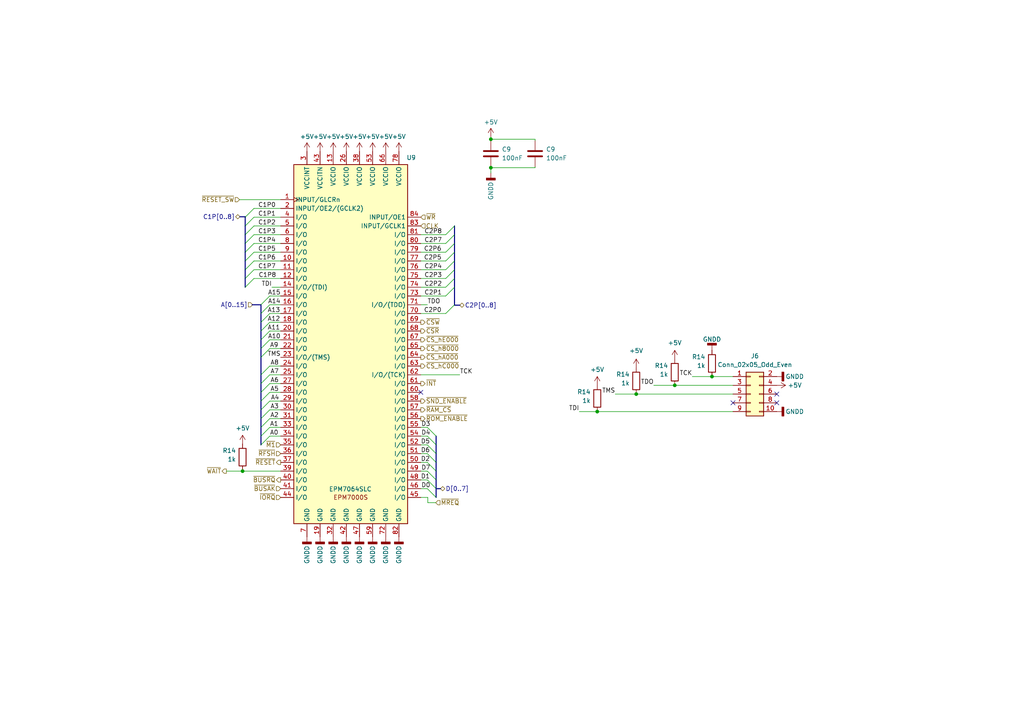
<source format=kicad_sch>
(kicad_sch (version 20230121) (generator eeschema)
  (paper "A4")
  (lib_symbols
    (symbol "CPLD:MAX7000_84_PLCC"
      (property "Reference" "U" (at -17.78 33.02 0))
      (symbol "MAX7000_84_PLCC_0_1"
        (rectangle (start -15.24 34.29) (end 17.78 -69.85) (stroke (width 0.254)) (fill (type background)))
      )
      (symbol "MAX7000_84_PLCC_1_1"
        (text "EPM7000S" (at 1.27 -62.23 0) (effects (font (size 1.27 1.27))))
        (pin input clock (at -19.05 24.13 0) (length 3.81) (name "INPUT/GLCRn") (number "1"))
        (pin bidirectional line (at -19.05 6.35 0) (length 3.81) (name "I/O") (number "10"))
        (pin bidirectional line (at -19.05 3.81 0) (length 3.81) (name "I/O") (number "11"))
        (pin bidirectional line (at -19.05 1.27 0) (length 3.81) (name "I/O") (number "12"))
        (pin power_in line (at -3.81 38.1 270) (length 3.81) (name "VCCIO") (number "13"))
        (pin bidirectional line (at -19.05 -1.27 0) (length 3.81) (name "I/O/(TDI)") (number "14"))
        (pin bidirectional line (at -19.05 -3.81 0) (length 3.81) (name "I/O") (number "15"))
        (pin bidirectional line (at -19.05 -6.35 0) (length 3.81) (name "I/O") (number "16"))
        (pin bidirectional line (at -19.05 -8.89 0) (length 3.81) (name "I/O") (number "17"))
        (pin bidirectional line (at -19.05 -11.43 0) (length 3.81) (name "I/O") (number "18"))
        (pin power_in line (at -7.62 -73.66 90) (length 3.81) (name "GND") (number "19"))
        (pin input line (at -19.05 21.59 0) (length 3.81) (name "INPUT/OE2/(GCLK2)") (number "2"))
        (pin bidirectional line (at -19.05 -13.97 0) (length 3.81) (name "I/O") (number "20"))
        (pin bidirectional line (at -19.05 -16.51 0) (length 3.81) (name "I/O") (number "21"))
        (pin bidirectional line (at -19.05 -19.05 0) (length 3.81) (name "I/O") (number "22"))
        (pin bidirectional line (at -19.05 -21.59 0) (length 3.81) (name "I/O/(TMS)") (number "23"))
        (pin bidirectional line (at -19.05 -24.13 0) (length 3.81) (name "I/O") (number "24"))
        (pin bidirectional line (at -19.05 -26.67 0) (length 3.81) (name "I/O") (number "25"))
        (pin power_in line (at 0 38.1 270) (length 3.81) (name "VCCIO") (number "26"))
        (pin bidirectional line (at -19.05 -29.21 0) (length 3.81) (name "I/O") (number "27"))
        (pin bidirectional line (at -19.05 -31.75 0) (length 3.81) (name "I/O") (number "28"))
        (pin bidirectional line (at -19.05 -34.29 0) (length 3.81) (name "I/O") (number "29"))
        (pin power_in line (at -11.43 38.1 270) (length 3.81) (name "VCCINT") (number "3"))
        (pin bidirectional line (at -19.05 -36.83 0) (length 3.81) (name "I/O") (number "30"))
        (pin bidirectional line (at -19.05 -39.37 0) (length 3.81) (name "I/O") (number "31"))
        (pin power_in line (at -3.81 -73.66 90) (length 3.81) (name "GND") (number "32"))
        (pin bidirectional line (at -19.05 -41.91 0) (length 3.81) (name "I/O") (number "33"))
        (pin bidirectional line (at -19.05 -44.45 0) (length 3.81) (name "I/O") (number "34"))
        (pin bidirectional line (at -19.05 -46.99 0) (length 3.81) (name "I/O") (number "35"))
        (pin bidirectional line (at -19.05 -49.53 0) (length 3.81) (name "I/O") (number "36"))
        (pin bidirectional line (at -19.05 -52.07 0) (length 3.81) (name "I/O") (number "37"))
        (pin power_in line (at 3.81 38.1 270) (length 3.81) (name "VCCIO") (number "38"))
        (pin bidirectional line (at -19.05 -54.61 0) (length 3.81) (name "I/O") (number "39"))
        (pin bidirectional line (at -19.05 19.05 0) (length 3.81) (name "I/O") (number "4"))
        (pin bidirectional line (at -19.05 -57.15 0) (length 3.81) (name "I/O") (number "40"))
        (pin bidirectional line (at -19.05 -59.69 0) (length 3.81) (name "I/O") (number "41"))
        (pin power_in line (at 0 -73.66 90) (length 3.81) (name "GND") (number "42"))
        (pin power_in line (at -7.62 38.1 270) (length 3.81) (name "VCCITN") (number "43"))
        (pin bidirectional line (at -19.05 -62.23 0) (length 3.81) (name "I/O") (number "44"))
        (pin bidirectional line (at 21.59 -62.23 180) (length 3.81) (name "I/O") (number "45"))
        (pin bidirectional line (at 21.59 -59.69 180) (length 3.81) (name "I/O") (number "46"))
        (pin power_in line (at 3.81 -73.66 90) (length 3.81) (name "GND") (number "47"))
        (pin bidirectional line (at 21.59 -57.15 180) (length 3.81) (name "I/O") (number "48"))
        (pin bidirectional line (at 21.59 -54.61 180) (length 3.81) (name "I/O") (number "49"))
        (pin bidirectional line (at -19.05 16.51 0) (length 3.81) (name "I/O") (number "5"))
        (pin bidirectional line (at 21.59 -52.07 180) (length 3.81) (name "I/O") (number "50"))
        (pin bidirectional line (at 21.59 -49.53 180) (length 3.81) (name "I/O") (number "51"))
        (pin bidirectional line (at 21.59 -46.99 180) (length 3.81) (name "I/O") (number "52"))
        (pin power_in line (at 7.62 38.1 270) (length 3.81) (name "VCCIO") (number "53"))
        (pin bidirectional line (at 21.59 -44.45 180) (length 3.81) (name "I/O") (number "54"))
        (pin bidirectional line (at 21.59 -41.91 180) (length 3.81) (name "I/O") (number "55"))
        (pin bidirectional line (at 21.59 -39.37 180) (length 3.81) (name "I/O") (number "56"))
        (pin bidirectional line (at 21.59 -36.83 180) (length 3.81) (name "I/O") (number "57"))
        (pin bidirectional line (at 21.59 -34.29 180) (length 3.81) (name "I/O") (number "58"))
        (pin power_in line (at 7.62 -73.66 90) (length 3.81) (name "GND") (number "59"))
        (pin bidirectional line (at -19.05 13.97 0) (length 3.81) (name "I/O") (number "6"))
        (pin bidirectional line (at 21.59 -31.75 180) (length 3.81) (name "I/O") (number "60"))
        (pin bidirectional line (at 21.59 -29.21 180) (length 3.81) (name "I/O") (number "61"))
        (pin bidirectional line (at 21.59 -26.67 180) (length 3.81) (name "I/O/(TCK)") (number "62"))
        (pin bidirectional line (at 21.59 -24.13 180) (length 3.81) (name "I/O") (number "63"))
        (pin bidirectional line (at 21.59 -21.59 180) (length 3.81) (name "I/O") (number "64"))
        (pin bidirectional line (at 21.59 -19.05 180) (length 3.81) (name "I/O") (number "65"))
        (pin power_in line (at 11.43 38.1 270) (length 3.81) (name "VCCIO") (number "66"))
        (pin bidirectional line (at 21.59 -16.51 180) (length 3.81) (name "I/O") (number "67"))
        (pin bidirectional line (at 21.59 -13.97 180) (length 3.81) (name "I/O") (number "68"))
        (pin bidirectional line (at 21.59 -11.43 180) (length 3.81) (name "I/O") (number "69"))
        (pin power_in line (at -11.43 -73.66 90) (length 3.81) (name "GND") (number "7"))
        (pin bidirectional line (at 21.59 -8.89 180) (length 3.81) (name "I/O") (number "70"))
        (pin bidirectional line (at 21.59 -6.35 180) (length 3.81) (name "I/O/(TDO)") (number "71"))
        (pin power_in line (at 11.43 -73.66 90) (length 3.81) (name "GND") (number "72"))
        (pin bidirectional line (at 21.59 -3.81 180) (length 3.81) (name "I/O") (number "73"))
        (pin bidirectional line (at 21.59 -1.27 180) (length 3.81) (name "I/O") (number "74"))
        (pin bidirectional line (at 21.59 1.27 180) (length 3.81) (name "I/O") (number "75"))
        (pin bidirectional line (at 21.59 3.81 180) (length 3.81) (name "I/O") (number "76"))
        (pin bidirectional line (at 21.59 6.35 180) (length 3.81) (name "I/O") (number "77"))
        (pin power_in line (at 15.24 38.1 270) (length 3.81) (name "VCCIO") (number "78"))
        (pin bidirectional line (at 21.59 8.89 180) (length 3.81) (name "I/O") (number "79"))
        (pin bidirectional line (at -19.05 11.43 0) (length 3.81) (name "I/O") (number "8"))
        (pin bidirectional line (at 21.59 11.43 180) (length 3.81) (name "I/O") (number "80"))
        (pin bidirectional line (at 21.59 13.97 180) (length 3.81) (name "I/O") (number "81"))
        (pin power_in line (at 15.24 -73.66 90) (length 3.81) (name "GND") (number "82"))
        (pin input line (at 21.59 16.51 180) (length 3.81) (name "INPUT/GCLK1") (number "83"))
        (pin input line (at 21.59 19.05 180) (length 3.81) (name "INPUT/OE1") (number "84"))
        (pin bidirectional line (at -19.05 8.89 0) (length 3.81) (name "I/O") (number "9"))
      )
    )
    (symbol "Connector_Generic:Conn_02x05_Odd_Even" (pin_names (offset 1.016) hide)
      (property "Reference" "J" (at 1.27 7.62 0))
      (property "Value" "Conn_02x05_Odd_Even" (at 1.27 -7.62 0))
      (symbol "Conn_02x05_Odd_Even_1_1"
        (rectangle (start -1.27 -4.953) (end 0 -5.207) (stroke (width 0.1524)))
        (rectangle (start -1.27 -2.413) (end 0 -2.667) (stroke (width 0.1524)))
        (rectangle (start -1.27 0.127) (end 0 -0.127) (stroke (width 0.1524)))
        (rectangle (start -1.27 2.667) (end 0 2.413) (stroke (width 0.1524)))
        (rectangle (start -1.27 5.207) (end 0 4.953) (stroke (width 0.1524)))
        (rectangle (start -1.27 6.35) (end 3.81 -6.35) (stroke (width 0.254)) (fill (type background)))
        (rectangle (start 3.81 -4.953) (end 2.54 -5.207) (stroke (width 0.1524)))
        (rectangle (start 3.81 -2.413) (end 2.54 -2.667) (stroke (width 0.1524)))
        (rectangle (start 3.81 0.127) (end 2.54 -0.127) (stroke (width 0.1524)))
        (rectangle (start 3.81 2.667) (end 2.54 2.413) (stroke (width 0.1524)))
        (rectangle (start 3.81 5.207) (end 2.54 4.953) (stroke (width 0.1524)))
        (pin passive line (at -5.08 5.08 0) (length 3.81) (name "Pin_1") (number "1"))
        (pin passive line (at 7.62 -5.08 180) (length 3.81) (name "Pin_10") (number "10"))
        (pin passive line (at 7.62 5.08 180) (length 3.81) (name "Pin_2") (number "2"))
        (pin passive line (at -5.08 2.54 0) (length 3.81) (name "Pin_3") (number "3"))
        (pin passive line (at 7.62 2.54 180) (length 3.81) (name "Pin_4") (number "4"))
        (pin passive line (at -5.08 0 0) (length 3.81) (name "Pin_5") (number "5"))
        (pin passive line (at 7.62 0 180) (length 3.81) (name "Pin_6") (number "6"))
        (pin passive line (at -5.08 -2.54 0) (length 3.81) (name "Pin_7") (number "7"))
        (pin passive line (at 7.62 -2.54 180) (length 3.81) (name "Pin_8") (number "8"))
        (pin passive line (at -5.08 -5.08 0) (length 3.81) (name "Pin_9") (number "9"))
      )
    )
    (symbol "Device:C" (pin_numbers hide) (pin_names (offset 0.254))
      (property "Reference" "C" (at 0.635 2.54 0))
      (property "Value" "C" (at 0.635 -2.54 0))
      (symbol "C_0_1"
        (polyline (pts (xy -2.032 -0.762) (xy 2.032 -0.762)) (stroke (width 0.508)))
        (polyline (pts (xy -2.032 0.762) (xy 2.032 0.762)) (stroke (width 0.508)))
      )
      (symbol "C_1_1"
        (pin passive line (at 0 3.81 270) (length 2.794) (name "~") (number "1"))
        (pin passive line (at 0 -3.81 90) (length 2.794) (name "~") (number "2"))
      )
    )
    (symbol "Device:R" (pin_numbers hide) (pin_names (offset 0))
      (property "Reference" "R" (at 2.032 0 90))
      (property "Value" "R" (at 0 0 90))
      (symbol "R_0_1"
        (rectangle (start -1.016 -2.54) (end 1.016 2.54) (stroke (width 0.254)))
      )
      (symbol "R_1_1"
        (pin passive line (at 0 3.81 270) (length 1.27) (name "~") (number "1"))
        (pin passive line (at 0 -3.81 90) (length 1.27) (name "~") (number "2"))
      )
    )
    (symbol "power:+5V" (power) (pin_names (offset 0))
      (property "Value" "+5V" (at 0 3.556 0))
      (symbol "+5V_0_1"
        (polyline (pts (xy -0.762 1.27) (xy 0 2.54)))
        (polyline (pts (xy 0 0) (xy 0 2.54)))
        (polyline (pts (xy 0 2.54) (xy 0.762 1.27)))
      )
      (symbol "+5V_1_1"
        (pin power_in line (at 0 0 90) (length 0) hide (name "+5V") (number "1"))
      )
    )
    (symbol "power:GNDD" (power) (pin_names (offset 0))
      (property "Value" "GNDD" (at 0 -3.175 0))
      (symbol "GNDD_0_1"
        (rectangle (start -1.27 -1.524) (end 1.27 -2.032) (stroke (width 0.254)) (fill (type outline)))
        (polyline (pts (xy 0 0) (xy 0 -1.524)))
      )
      (symbol "GNDD_1_1"
        (pin power_in line (at 0 0 270) (length 0) hide (name "GNDD") (number "1"))
      )
    )
  )
  (junction (at 173.228 119.38))
  (junction (at 206.502 109.22))
  (junction (at 195.707 111.76))
  (junction (at 184.531 114.3))
  (junction (at 70.358 136.652))
  (junction (at 142.367 48.641))
  (junction (at 142.367 40.386))
  (no_connect (at 122.047 113.792))
  (no_connect (at 225.298 114.3))
  (no_connect (at 212.598 116.84))
  (no_connect (at 225.298 116.84))
  (bus_entry (at 123.952 136.652) (size 2.54 2.54))
  (bus_entry (at 75.692 96.012) (size 2.54 -2.54))
  (bus_entry (at 75.692 123.952) (size 2.54 -2.54))
  (bus_entry (at 75.692 121.412) (size 2.54 -2.54))
  (bus_entry (at 75.692 126.492) (size 2.54 -2.54))
  (bus_entry (at 75.692 129.032) (size 2.54 -2.54))
  (bus_entry (at 123.952 141.732) (size 2.54 2.54))
  (bus_entry (at 123.952 139.192) (size 2.54 2.54))
  (bus_entry (at 75.692 116.332) (size 2.54 -2.54))
  (bus_entry (at 71.12 80.772) (size 2.54 -2.54))
  (bus_entry (at 131.826 68.072) (size -2.54 2.54))
  (bus_entry (at 131.826 70.612) (size -2.54 2.54))
  (bus_entry (at 123.952 129.032) (size 2.54 2.54))
  (bus_entry (at 123.952 126.492) (size 2.54 2.54))
  (bus_entry (at 123.952 131.572) (size 2.54 2.54))
  (bus_entry (at 123.952 134.112) (size 2.54 2.54))
  (bus_entry (at 71.12 75.692) (size 2.54 -2.54))
  (bus_entry (at 71.12 68.072) (size 2.54 -2.54))
  (bus_entry (at 78.232 85.852) (size -2.54 2.54))
  (bus_entry (at 75.692 111.252) (size 2.54 -2.54))
  (bus_entry (at 75.692 101.092) (size 2.54 -2.54))
  (bus_entry (at 75.692 93.472) (size 2.54 -2.54))
  (bus_entry (at 75.692 103.632) (size 2.54 -2.54))
  (bus_entry (at 71.12 70.612) (size 2.54 -2.54))
  (bus_entry (at 75.692 113.792) (size 2.54 -2.54))
  (bus_entry (at 75.692 98.552) (size 2.54 -2.54))
  (bus_entry (at 131.826 73.152) (size -2.54 2.54))
  (bus_entry (at 78.232 88.392) (size -2.54 2.54))
  (bus_entry (at 131.826 88.392) (size -2.54 2.54))
  (bus_entry (at 131.826 78.232) (size -2.54 2.54))
  (bus_entry (at 131.826 75.692) (size -2.54 2.54))
  (bus_entry (at 71.12 62.992) (size 2.54 -2.54))
  (bus_entry (at 71.12 78.232) (size 2.54 -2.54))
  (bus_entry (at 71.12 73.152) (size 2.54 -2.54))
  (bus_entry (at 131.826 80.772) (size -2.54 2.54))
  (bus_entry (at 131.826 65.532) (size -2.54 2.54))
  (bus_entry (at 131.826 83.312) (size -2.54 2.54))
  (bus_entry (at 78.232 106.172) (size -2.54 2.54))
  (bus_entry (at 71.12 83.312) (size 2.54 -2.54))
  (bus_entry (at 75.692 118.872) (size 2.54 -2.54))
  (bus_entry (at 123.952 123.952) (size 2.54 2.54))
  (bus_entry (at 71.12 65.532) (size 2.54 -2.54))
  (wire (pts (xy 200.787 109.22) (xy 206.502 109.22)))
  (wire (pts (xy 142.367 50.165) (xy 142.367 48.641)))
  (wire (pts (xy 78.867 83.312) (xy 81.407 83.312)))
  (wire (pts (xy 123.952 123.952) (xy 122.047 123.952)))
  (wire (pts (xy 122.047 75.692) (xy 129.286 75.692)))
  (wire (pts (xy 73.66 80.772) (xy 81.407 80.772)))
  (bus (pts (xy 73.152 88.392) (xy 75.692 88.392)))
  (bus (pts (xy 69.596 62.865) (xy 71.12 62.865)))
  (bus (pts (xy 75.692 101.092) (xy 75.692 103.632)))
  (wire (pts (xy 123.952 88.392) (xy 122.047 88.392)))
  (bus (pts (xy 71.12 78.232) (xy 71.12 80.772)))
  (wire (pts (xy 124.079 145.796) (xy 124.079 144.272)))
  (wire (pts (xy 69.469 57.912) (xy 81.407 57.912)))
  (bus (pts (xy 75.692 108.712) (xy 75.692 111.252)))
  (wire (pts (xy 123.952 131.572) (xy 122.047 131.572)))
  (bus (pts (xy 75.692 88.392) (xy 75.692 90.932)))
  (wire (pts (xy 81.407 88.392) (xy 78.232 88.392)))
  (wire (pts (xy 73.66 60.452) (xy 81.407 60.452)))
  (wire (pts (xy 81.407 101.092) (xy 78.232 101.092)))
  (bus (pts (xy 131.826 78.232) (xy 131.826 75.692)))
  (wire (pts (xy 73.66 62.992) (xy 81.407 62.992)))
  (wire (pts (xy 70.358 136.652) (xy 70.358 136.398)))
  (wire (pts (xy 81.407 121.412) (xy 78.232 121.412)))
  (bus (pts (xy 127.762 141.732) (xy 126.492 141.732)))
  (bus (pts (xy 126.492 141.732) (xy 126.492 139.192)))
  (bus (pts (xy 75.692 98.552) (xy 75.692 101.092)))
  (wire (pts (xy 81.407 108.712) (xy 78.232 108.712)))
  (wire (pts (xy 81.407 96.012) (xy 78.232 96.012)))
  (wire (pts (xy 123.952 136.652) (xy 122.047 136.652)))
  (bus (pts (xy 126.492 139.192) (xy 126.492 136.652)))
  (bus (pts (xy 75.692 116.332) (xy 75.692 118.872)))
  (wire (pts (xy 123.952 126.492) (xy 122.047 126.492)))
  (wire (pts (xy 122.047 78.232) (xy 129.286 78.232)))
  (bus (pts (xy 75.692 111.252) (xy 75.692 113.792)))
  (wire (pts (xy 78.232 126.492) (xy 81.407 126.492)))
  (bus (pts (xy 131.826 65.532) (xy 131.826 68.072)))
  (wire (pts (xy 142.367 39.751) (xy 142.367 40.386)))
  (wire (pts (xy 78.232 123.952) (xy 81.407 123.952)))
  (wire (pts (xy 155.194 48.641) (xy 155.194 48.387)))
  (bus (pts (xy 75.692 126.492) (xy 75.692 129.032)))
  (bus (pts (xy 131.826 68.072) (xy 131.826 70.612)))
  (wire (pts (xy 124.079 144.272) (xy 122.047 144.272)))
  (wire (pts (xy 206.502 109.22) (xy 212.598 109.22)))
  (wire (pts (xy 178.435 114.3) (xy 184.531 114.3)))
  (bus (pts (xy 126.492 136.652) (xy 126.492 134.112)))
  (wire (pts (xy 122.047 73.152) (xy 129.286 73.152)))
  (bus (pts (xy 71.12 75.692) (xy 71.12 78.232)))
  (wire (pts (xy 155.194 40.386) (xy 155.194 40.767)))
  (bus (pts (xy 71.12 62.865) (xy 71.12 62.992)))
  (wire (pts (xy 65.659 136.652) (xy 70.358 136.652)))
  (bus (pts (xy 131.826 70.612) (xy 131.826 73.152)))
  (wire (pts (xy 81.407 113.792) (xy 78.232 113.792)))
  (wire (pts (xy 184.531 114.3) (xy 212.598 114.3)))
  (bus (pts (xy 75.692 90.932) (xy 75.692 93.472)))
  (bus (pts (xy 71.12 62.992) (xy 71.12 65.532)))
  (bus (pts (xy 126.492 141.732) (xy 126.492 144.272)))
  (bus (pts (xy 71.12 70.612) (xy 71.12 73.152)))
  (wire (pts (xy 81.407 93.472) (xy 78.232 93.472)))
  (bus (pts (xy 126.492 131.572) (xy 126.492 129.032)))
  (wire (pts (xy 78.232 98.552) (xy 81.407 98.552)))
  (wire (pts (xy 133.35 108.712) (xy 122.047 108.712)))
  (wire (pts (xy 123.952 134.112) (xy 122.047 134.112)))
  (wire (pts (xy 122.047 80.772) (xy 129.286 80.772)))
  (wire (pts (xy 81.407 111.252) (xy 78.232 111.252)))
  (wire (pts (xy 122.047 90.932) (xy 129.286 90.932)))
  (bus (pts (xy 75.692 93.472) (xy 75.692 96.012)))
  (wire (pts (xy 123.952 141.732) (xy 122.047 141.732)))
  (bus (pts (xy 75.692 113.792) (xy 75.692 116.332)))
  (wire (pts (xy 168.021 119.38) (xy 173.228 119.38)))
  (wire (pts (xy 122.047 70.612) (xy 129.286 70.612)))
  (bus (pts (xy 75.692 123.952) (xy 75.692 121.412)))
  (wire (pts (xy 123.952 139.192) (xy 122.047 139.192)))
  (bus (pts (xy 75.692 103.632) (xy 75.692 108.712)))
  (wire (pts (xy 122.047 83.312) (xy 129.286 83.312)))
  (wire (pts (xy 189.611 111.76) (xy 195.707 111.76)))
  (wire (pts (xy 142.367 48.641) (xy 142.367 48.387)))
  (wire (pts (xy 81.407 85.852) (xy 78.232 85.852)))
  (wire (pts (xy 195.707 111.76) (xy 212.598 111.76)))
  (wire (pts (xy 122.047 68.072) (xy 129.286 68.072)))
  (bus (pts (xy 131.826 83.312) (xy 131.826 80.772)))
  (bus (pts (xy 133.35 88.519) (xy 131.826 88.519)))
  (bus (pts (xy 131.826 73.152) (xy 131.826 75.692)))
  (wire (pts (xy 73.66 68.072) (xy 81.407 68.072)))
  (wire (pts (xy 122.047 85.852) (xy 129.286 85.852)))
  (bus (pts (xy 126.492 129.032) (xy 126.492 126.492)))
  (bus (pts (xy 131.826 88.519) (xy 131.826 88.392)))
  (wire (pts (xy 142.367 40.386) (xy 155.194 40.386)))
  (bus (pts (xy 131.826 80.772) (xy 131.826 78.232)))
  (bus (pts (xy 71.12 73.152) (xy 71.12 75.692)))
  (wire (pts (xy 173.228 119.38) (xy 212.598 119.38)))
  (wire (pts (xy 126.365 145.796) (xy 124.079 145.796)))
  (wire (pts (xy 70.358 136.652) (xy 81.407 136.652)))
  (bus (pts (xy 71.12 65.532) (xy 71.12 68.072)))
  (bus (pts (xy 75.692 118.872) (xy 75.692 121.412)))
  (wire (pts (xy 142.367 40.386) (xy 142.367 40.767)))
  (wire (pts (xy 73.66 65.532) (xy 81.407 65.532)))
  (wire (pts (xy 81.407 106.172) (xy 78.232 106.172)))
  (wire (pts (xy 73.66 70.612) (xy 81.407 70.612)))
  (wire (pts (xy 123.952 129.032) (xy 122.047 129.032)))
  (bus (pts (xy 75.692 96.012) (xy 75.692 98.552)))
  (wire (pts (xy 81.407 116.332) (xy 78.232 116.332)))
  (wire (pts (xy 73.66 78.232) (xy 81.407 78.232)))
  (wire (pts (xy 73.66 73.152) (xy 81.407 73.152)))
  (wire (pts (xy 81.407 118.872) (xy 78.232 118.872)))
  (bus (pts (xy 75.692 126.492) (xy 75.692 123.952)))
  (wire (pts (xy 142.367 48.641) (xy 155.194 48.641)))
  (wire (pts (xy 81.407 90.932) (xy 78.232 90.932)))
  (wire (pts (xy 73.66 75.692) (xy 81.407 75.692)))
  (bus (pts (xy 131.826 83.312) (xy 131.826 88.392)))
  (bus (pts (xy 126.492 134.112) (xy 126.492 131.572)))
  (bus (pts (xy 71.12 80.772) (xy 71.12 83.312)))
  (bus (pts (xy 71.12 68.072) (xy 71.12 70.612)))
  (label "C1P1" (at 80.01 62.992 180))
  (label "TDO" (at 123.952 88.392 0))
  (label "C1P8" (at 80.137 80.772 180))
  (label "C1P0" (at 80.01 60.452 180))
  (label "TDI" (at 78.867 83.312 180))
  (label "TCK" (at 133.35 108.712 0))
  (label "A7" (at 80.899 108.712 180))
  (label "A13" (at 81.28 90.932 180))
  (label "D6" (at 122.047 131.572 0))
  (label "A5" (at 80.899 113.792 180))
  (label "D3" (at 122.174 123.952 0))
  (label "D0" (at 122.174 141.732 0))
  (label "TMS" (at 178.435 114.3 180))
  (label "A9" (at 80.772 101.092 180))
  (label "TMS" (at 81.407 103.632 180))
  (label "C1P6" (at 80.01 75.692 180))
  (label "D2" (at 122.047 134.112 0))
  (label "A1" (at 80.772 123.952 180))
  (label "A14" (at 81.407 88.392 180))
  (label "A0" (at 80.772 126.492 180))
  (label "A2" (at 78.359 121.412 0))
  (label "D5" (at 122.047 129.032 0))
  (label "D7" (at 122.174 136.652 0))
  (label "A4" (at 81.026 116.332 180))
  (label "D4" (at 122.174 126.492 0))
  (label "C1P3" (at 80.01 68.072 180))
  (label "A15" (at 81.407 85.852 180))
  (label "C2P4" (at 123.063 78.232 0))
  (label "C1P4" (at 80.01 70.612 180))
  (label "C2P3" (at 123.063 80.772 0))
  (label "C2P2" (at 123.063 83.312 0))
  (label "TDI" (at 168.021 119.38 180))
  (label "A11" (at 81.28 96.012 180))
  (label "TCK" (at 200.787 109.22 180))
  (label "C2P8" (at 123.063 68.072 0))
  (label "A8" (at 80.899 106.172 180))
  (label "C2P7" (at 123.063 70.612 0))
  (label "C2P0" (at 122.936 90.932 0))
  (label "D1" (at 122.047 139.192 0))
  (label "C1P7" (at 80.01 78.232 180))
  (label "C2P6" (at 122.936 73.152 0))
  (label "C2P1" (at 123.063 85.852 0))
  (label "A6" (at 80.899 111.252 180))
  (label "A10" (at 81.407 98.552 180))
  (label "TDO" (at 189.611 111.76 180))
  (label "C1P5" (at 80.01 73.152 180))
  (label "A12" (at 81.28 93.472 180))
  (label "C1P2" (at 80.01 65.532 180))
  (label "C2P5" (at 122.936 75.692 0))
  (label "A3" (at 80.899 118.872 180))
  (hierarchical_label "~{CS_hC000}" (shape output) (at 122.047 106.172 0))
  (hierarchical_label "C2P[0..8]" (shape bidirectional) (at 133.35 88.519 0))
  (hierarchical_label "~{RFSH}" (shape input) (at 81.407 131.572 180))
  (hierarchical_label "CLK" (shape input) (at 122.047 65.532 0))
  (hierarchical_label "~{CSR}" (shape output) (at 122.047 96.012 0))
  (hierarchical_label "~{RAM_CS}" (shape output) (at 122.047 118.872 0))
  (hierarchical_label "~{BUSRQ}" (shape output) (at 81.407 139.192 180))
  (hierarchical_label "~{CS_h8000}" (shape output) (at 122.047 101.092 0))
  (hierarchical_label "A[0..15]" (shape input) (at 73.279 88.392 180))
  (hierarchical_label "~{CS_hA000}" (shape output) (at 122.047 103.632 0))
  (hierarchical_label "~{M1}" (shape input) (at 81.407 129.032 180))
  (hierarchical_label "~{CS_hE000}" (shape output) (at 122.047 98.552 0))
  (hierarchical_label "~{CSW}" (shape output) (at 122.047 93.472 0))
  (hierarchical_label "~{BUSAK}" (shape input) (at 81.407 141.732 180))
  (hierarchical_label "~{INT}" (shape output) (at 122.047 111.252 0))
  (hierarchical_label "~{WAIT}" (shape output) (at 65.659 136.652 180))
  (hierarchical_label "C1P[0..8]" (shape bidirectional) (at 69.596 62.865 180))
  (hierarchical_label "~{RESET_SW}" (shape input) (at 69.469 57.912 180))
  (hierarchical_label "~{ROM_ENABLE}" (shape output) (at 122.047 121.412 0))
  (hierarchical_label "D[0..7]" (shape bidirectional) (at 127.762 141.732 0))
  (hierarchical_label "~{MREQ}" (shape input) (at 126.365 145.796 0))
  (hierarchical_label "~{RESET}" (shape output) (at 81.407 134.112 180))
  (hierarchical_label "~{WR}" (shape input) (at 122.047 62.992 0))
  (hierarchical_label "~{SND_ENABLE}" (shape output) (at 122.047 116.332 0))
  (hierarchical_label "~{IORQ}" (shape input) (at 81.407 144.272 180))
  (symbol (lib_id "power:GNDD") (at 89.027 155.702 0) (unit 1)
    (property "Reference" "#PWR054" (effects hide))
    (property "Value" "GNDD" (at 89.027 160.909 90))
  )
  (symbol (lib_id "Device:C") (at 142.367 44.577 0) (unit 1)
    (property "Reference" "C9" (at 145.542 43.307 0) (effects (justify left)))
    (property "Value" "100nF" (at 145.542 45.847 0) (effects (justify left)))
    (property "Footprint" "Capacitor_THT:C_Disc_D7.0mm_W2.5mm_P5.00mm" (effects hide))
    (instances (project "coleco_original" (path "" (reference "C9") (unit 1)) (path "" (reference "C18") (unit 1))))
  )
  (symbol (lib_id "Device:R") (at 70.358 132.588 180) (unit 1)
    (property "Reference" "R14" (at 68.453 130.683 0) (effects (justify left)))
    (property "Value" "1k" (at 68.453 133.223 0) (effects (justify left)))
    (property "Footprint" "Resistor_SMD:R_0805_2012Metric" (effects hide))
    (instances (project "coleco_original" (path "" (reference "R14") (unit 1)) (path "" (reference "R13") (unit 1))))
  )
  (symbol (lib_id "Device:R") (at 173.228 115.57 180) (unit 1)
    (property "Reference" "R14" (at 171.323 113.665 0) (effects (justify left)))
    (property "Value" "1k" (at 171.323 116.205 0) (effects (justify left)))
    (property "Footprint" "Resistor_THT:R_Axial_DIN0207_L6.3mm_D2.5mm_P10.16mm_Horizontal" (effects hide))
  )
  (symbol (lib_id "power:GNDD") (at 206.502 101.6 180) (unit 1)
    (property "Reference" "#PWR074" (effects hide))
    (property "Value" "GNDD" (at 206.502 98.425 0))
  )
  (symbol (lib_id "power:+5V") (at 70.358 128.778 0) (unit 1)
    (property "Reference" "#PWR052" (effects hide))
    (property "Value" "+5V" (at 70.358 124.206 0))
  )
  (symbol (lib_id "power:GNDD") (at 225.298 119.38 90) (unit 1)
    (property "Reference" "#PWR077" (effects hide))
    (property "Value" "GNDD" (at 230.505 119.38 90))
  )
  (symbol (lib_id "Device:R") (at 195.707 107.95 180) (unit 1)
    (property "Reference" "R14" (at 193.802 106.045 0) (effects (justify left)))
    (property "Value" "1k" (at 193.802 108.585 0) (effects (justify left)))
    (property "Footprint" "Resistor_THT:R_Axial_DIN0207_L6.3mm_D2.5mm_P10.16mm_Horizontal" (effects hide))
    (instances (project "coleco_original" (path "" (reference "R14") (unit 1)) (path "" (reference "R16") (unit 1))))
  )
  (symbol (lib_id "power:GNDD") (at 96.647 155.702 0) (unit 1)
    (property "Reference" "#PWR058" (effects hide))
    (property "Value" "GNDD" (at 96.647 160.909 90))
  )
  (symbol (lib_id "power:+5V") (at 108.077 43.942 0) (unit 1)
    (property "Reference" "#PWR063" (effects hide))
    (property "Value" "+5V" (at 108.077 39.624 0))
  )
  (symbol (lib_id "Device:R") (at 184.531 110.49 180) (unit 1)
    (property "Reference" "R14" (at 182.626 108.585 0) (effects (justify left)))
    (property "Value" "1k" (at 182.626 111.125 0) (effects (justify left)))
    (property "Footprint" "Resistor_THT:R_Axial_DIN0207_L6.3mm_D2.5mm_P10.16mm_Horizontal" (effects hide))
    (instances (project "coleco_original" (path "" (reference "R14") (unit 1)) (path "" (reference "R15") (unit 1))))
  )
  (symbol (lib_id "power:+5V") (at 173.228 111.76 0) (unit 1)
    (property "Reference" "#PWR071" (effects hide))
    (property "Value" "+5V" (at 173.228 107.188 0))
  )
  (symbol (lib_id "Device:R") (at 206.502 105.41 180) (unit 1)
    (property "Reference" "R14" (at 204.597 103.505 0) (effects (justify left)))
    (property "Value" "1k" (at 204.597 106.045 0) (effects (justify left)))
    (property "Footprint" "Resistor_THT:R_Axial_DIN0207_L6.3mm_D2.5mm_P10.16mm_Horizontal" (effects hide))
    (instances (project "coleco_original" (path "" (reference "R14") (unit 1)) (path "" (reference "R17") (unit 1))))
  )
  (symbol (lib_id "power:+5V") (at 142.367 39.751 0) (unit 1)
    (property "Reference" "#PWR069" (effects hide))
    (property "Value" "+5V" (at 142.367 35.433 0))
  )
  (symbol (lib_id "power:+5V") (at 115.697 43.942 0) (unit 1)
    (property "Reference" "#PWR067" (effects hide))
    (property "Value" "+5V" (at 115.697 39.624 0))
  )
  (symbol (lib_id "power:+5V") (at 184.531 106.68 0) (unit 1)
    (property "Reference" "#PWR072" (effects hide))
    (property "Value" "+5V" (at 184.531 101.727 0))
  )
  (symbol (lib_id "power:+5V") (at 92.837 43.942 0) (unit 1)
    (property "Reference" "#PWR055" (effects hide))
    (property "Value" "+5V" (at 92.837 39.624 0))
  )
  (symbol (lib_id "power:+5V") (at 225.298 111.76 270) (unit 1)
    (property "Reference" "#PWR076" (effects hide))
    (property "Value" "+5V" (at 228.473 111.76 90) (effects (justify left)))
  )
  (symbol (lib_id "power:GNDD") (at 108.077 155.702 0) (unit 1)
    (property "Reference" "#PWR064" (effects hide))
    (property "Value" "GNDD" (at 108.077 160.909 90))
  )
  (symbol (lib_id "power:+5V") (at 100.457 43.942 0) (unit 1)
    (property "Reference" "#PWR059" (effects hide))
    (property "Value" "+5V" (at 100.457 39.624 0))
  )
  (symbol (lib_id "power:GNDD") (at 142.367 50.165 0) (unit 1)
    (property "Reference" "#PWR070" (effects hide))
    (property "Value" "GNDD" (at 142.367 55.372 90))
  )
  (symbol (lib_id "power:+5V") (at 104.267 43.942 0) (unit 1)
    (property "Reference" "#PWR061" (effects hide))
    (property "Value" "+5V" (at 104.267 39.624 0))
  )
  (symbol (lib_id "power:GNDD") (at 225.298 109.22 90) (unit 1)
    (property "Reference" "#PWR075" (effects hide))
    (property "Value" "GNDD" (at 230.505 109.22 90))
  )
  (symbol (lib_id "power:+5V") (at 111.887 43.942 0) (unit 1)
    (property "Reference" "#PWR065" (effects hide))
    (property "Value" "+5V" (at 111.887 39.624 0))
  )
  (symbol (lib_id "Device:C") (at 155.194 44.577 0) (unit 1)
    (property "Reference" "C9" (at 158.369 43.307 0) (effects (justify left)))
    (property "Value" "100nF" (at 158.369 45.847 0) (effects (justify left)))
    (property "Footprint" "Capacitor_THT:C_Disc_D7.0mm_W2.5mm_P5.00mm" (effects hide))
    (instances (project "coleco_original" (path "" (reference "C9") (unit 1)) (path "" (reference "C19") (unit 1))))
  )
  (symbol (lib_id "power:GNDD") (at 115.697 155.702 0) (unit 1)
    (property "Reference" "#PWR068" (effects hide))
    (property "Value" "GNDD" (at 115.697 160.909 90))
  )
  (symbol (lib_id "power:+5V") (at 195.707 104.14 0) (unit 1)
    (property "Reference" "#PWR073" (effects hide))
    (property "Value" "+5V" (at 195.707 99.441 0))
  )
  (symbol (lib_id "power:GNDD") (at 92.837 155.702 0) (unit 1)
    (property "Reference" "#PWR056" (effects hide))
    (property "Value" "GNDD" (at 92.837 160.909 90))
  )
  (symbol (lib_id "power:GNDD") (at 111.887 155.702 0) (unit 1)
    (property "Reference" "#PWR066" (effects hide))
    (property "Value" "GNDD" (at 111.887 160.909 90))
  )
  (symbol (lib_id "Connector_Generic:Conn_02x05_Odd_Even") (at 217.678 114.3 0) (unit 1)
    (property "Reference" "J6" (at 218.948 103.251 0))
    (property "Value" "Conn_02x05_Odd_Even" (at 218.948 105.791 0))
    (property "Footprint" "Connector_PinHeader_2.54mm:PinHeader_2x05_P2.54mm_Vertical" (effects hide))
  )
  (symbol (lib_id "power:+5V") (at 89.027 43.942 0) (unit 1)
    (property "Reference" "#PWR053" (effects hide))
    (property "Value" "+5V" (at 89.027 39.624 0))
  )
  (symbol (lib_id "power:GNDD") (at 104.267 155.702 0) (unit 1)
    (property "Reference" "#PWR062" (effects hide))
    (property "Value" "GNDD" (at 104.267 160.909 90))
  )
  (symbol (lib_id "power:+5V") (at 96.647 43.942 0) (unit 1)
    (property "Reference" "#PWR057" (effects hide))
    (property "Value" "+5V" (at 96.647 39.624 0))
  )
  (symbol (lib_id "power:GNDD") (at 100.457 155.702 0) (unit 1)
    (property "Reference" "#PWR060" (effects hide))
    (property "Value" "GNDD" (at 100.457 160.909 90))
  )
  (symbol (lib_id "CPLD:MAX7000_84_PLCC") (at 100.457 82.042 0) (unit 1)
    (property "Reference" "U9" (at 117.8911 45.72 0) (effects (justify left)))
    (property "Value" "EPM7064SLC" (at 101.6 141.859 0))
    (property "Footprint" "Package_LCC:PLCC-84_THT-Socket" (effects hide))
  )
)
</source>
